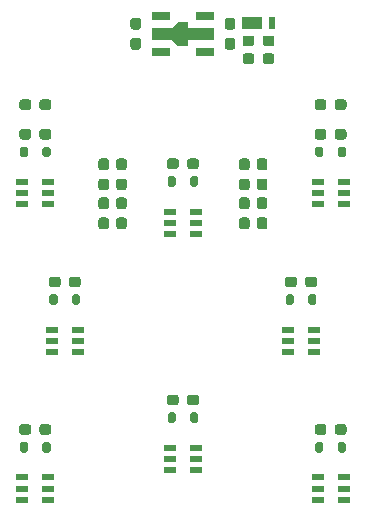
<source format=gbp>
G04 #@! TF.GenerationSoftware,KiCad,Pcbnew,(5.1.9-0-10_14)*
G04 #@! TF.CreationDate,2021-07-10T20:43:16+09:00*
G04 #@! TF.ProjectId,TouchController,546f7563-6843-46f6-9e74-726f6c6c6572,V1.0*
G04 #@! TF.SameCoordinates,Original*
G04 #@! TF.FileFunction,Paste,Bot*
G04 #@! TF.FilePolarity,Positive*
%FSLAX46Y46*%
G04 Gerber Fmt 4.6, Leading zero omitted, Abs format (unit mm)*
G04 Created by KiCad (PCBNEW (5.1.9-0-10_14)) date 2021-07-10 20:43:16*
%MOMM*%
%LPD*%
G01*
G04 APERTURE LIST*
%ADD10R,1.500000X0.700000*%
%ADD11C,0.100000*%
%ADD12R,1.060000X0.500000*%
%ADD13R,0.600000X1.000000*%
%ADD14R,1.800000X1.000000*%
G04 APERTURE END LIST*
G36*
G01*
X-600000Y-6225000D02*
X-600000Y-6775000D01*
G75*
G02*
X-775000Y-6950000I-175000J0D01*
G01*
X-1125000Y-6950000D01*
G75*
G02*
X-1300000Y-6775000I0J175000D01*
G01*
X-1300000Y-6225000D01*
G75*
G02*
X-1125000Y-6050000I175000J0D01*
G01*
X-775000Y-6050000D01*
G75*
G02*
X-600000Y-6225000I0J-175000D01*
G01*
G37*
G36*
G01*
X1300000Y-6225000D02*
X1300000Y-6775000D01*
G75*
G02*
X1125000Y-6950000I-175000J0D01*
G01*
X775000Y-6950000D01*
G75*
G02*
X600000Y-6775000I0J175000D01*
G01*
X600000Y-6225000D01*
G75*
G02*
X775000Y-6050000I175000J0D01*
G01*
X1125000Y-6050000D01*
G75*
G02*
X1300000Y-6225000I0J-175000D01*
G01*
G37*
G36*
G01*
X-10600000Y-16225000D02*
X-10600000Y-16775000D01*
G75*
G02*
X-10775000Y-16950000I-175000J0D01*
G01*
X-11125000Y-16950000D01*
G75*
G02*
X-11300000Y-16775000I0J175000D01*
G01*
X-11300000Y-16225000D01*
G75*
G02*
X-11125000Y-16050000I175000J0D01*
G01*
X-10775000Y-16050000D01*
G75*
G02*
X-10600000Y-16225000I0J-175000D01*
G01*
G37*
G36*
G01*
X-8700000Y-16225000D02*
X-8700000Y-16775000D01*
G75*
G02*
X-8875000Y-16950000I-175000J0D01*
G01*
X-9225000Y-16950000D01*
G75*
G02*
X-9400000Y-16775000I0J175000D01*
G01*
X-9400000Y-16225000D01*
G75*
G02*
X-9225000Y-16050000I175000J0D01*
G01*
X-8875000Y-16050000D01*
G75*
G02*
X-8700000Y-16225000I0J-175000D01*
G01*
G37*
G36*
G01*
X600000Y-26775000D02*
X600000Y-26225000D01*
G75*
G02*
X775000Y-26050000I175000J0D01*
G01*
X1125000Y-26050000D01*
G75*
G02*
X1300000Y-26225000I0J-175000D01*
G01*
X1300000Y-26775000D01*
G75*
G02*
X1125000Y-26950000I-175000J0D01*
G01*
X775000Y-26950000D01*
G75*
G02*
X600000Y-26775000I0J175000D01*
G01*
G37*
G36*
G01*
X-1300000Y-26775000D02*
X-1300000Y-26225000D01*
G75*
G02*
X-1125000Y-26050000I175000J0D01*
G01*
X-775000Y-26050000D01*
G75*
G02*
X-600000Y-26225000I0J-175000D01*
G01*
X-600000Y-26775000D01*
G75*
G02*
X-775000Y-26950000I-175000J0D01*
G01*
X-1125000Y-26950000D01*
G75*
G02*
X-1300000Y-26775000I0J175000D01*
G01*
G37*
G36*
G01*
X10600000Y-16775000D02*
X10600000Y-16225000D01*
G75*
G02*
X10775000Y-16050000I175000J0D01*
G01*
X11125000Y-16050000D01*
G75*
G02*
X11300000Y-16225000I0J-175000D01*
G01*
X11300000Y-16775000D01*
G75*
G02*
X11125000Y-16950000I-175000J0D01*
G01*
X10775000Y-16950000D01*
G75*
G02*
X10600000Y-16775000I0J175000D01*
G01*
G37*
G36*
G01*
X8700000Y-16775000D02*
X8700000Y-16225000D01*
G75*
G02*
X8875000Y-16050000I175000J0D01*
G01*
X9225000Y-16050000D01*
G75*
G02*
X9400000Y-16225000I0J-175000D01*
G01*
X9400000Y-16775000D01*
G75*
G02*
X9225000Y-16950000I-175000J0D01*
G01*
X8875000Y-16950000D01*
G75*
G02*
X8700000Y-16775000I0J175000D01*
G01*
G37*
G36*
G01*
X11900000Y-3725000D02*
X11900000Y-4275000D01*
G75*
G02*
X11725000Y-4450000I-175000J0D01*
G01*
X11375000Y-4450000D01*
G75*
G02*
X11200000Y-4275000I0J175000D01*
G01*
X11200000Y-3725000D01*
G75*
G02*
X11375000Y-3550000I175000J0D01*
G01*
X11725000Y-3550000D01*
G75*
G02*
X11900000Y-3725000I0J-175000D01*
G01*
G37*
G36*
G01*
X13800000Y-3725000D02*
X13800000Y-4275000D01*
G75*
G02*
X13625000Y-4450000I-175000J0D01*
G01*
X13275000Y-4450000D01*
G75*
G02*
X13100000Y-4275000I0J175000D01*
G01*
X13100000Y-3725000D01*
G75*
G02*
X13275000Y-3550000I175000J0D01*
G01*
X13625000Y-3550000D01*
G75*
G02*
X13800000Y-3725000I0J-175000D01*
G01*
G37*
G36*
G01*
X-13100000Y-3725000D02*
X-13100000Y-4275000D01*
G75*
G02*
X-13275000Y-4450000I-175000J0D01*
G01*
X-13625000Y-4450000D01*
G75*
G02*
X-13800000Y-4275000I0J175000D01*
G01*
X-13800000Y-3725000D01*
G75*
G02*
X-13625000Y-3550000I175000J0D01*
G01*
X-13275000Y-3550000D01*
G75*
G02*
X-13100000Y-3725000I0J-175000D01*
G01*
G37*
G36*
G01*
X-11200000Y-3725000D02*
X-11200000Y-4275000D01*
G75*
G02*
X-11375000Y-4450000I-175000J0D01*
G01*
X-11725000Y-4450000D01*
G75*
G02*
X-11900000Y-4275000I0J175000D01*
G01*
X-11900000Y-3725000D01*
G75*
G02*
X-11725000Y-3550000I175000J0D01*
G01*
X-11375000Y-3550000D01*
G75*
G02*
X-11200000Y-3725000I0J-175000D01*
G01*
G37*
G36*
G01*
X-13100000Y-28725000D02*
X-13100000Y-29275000D01*
G75*
G02*
X-13275000Y-29450000I-175000J0D01*
G01*
X-13625000Y-29450000D01*
G75*
G02*
X-13800000Y-29275000I0J175000D01*
G01*
X-13800000Y-28725000D01*
G75*
G02*
X-13625000Y-28550000I175000J0D01*
G01*
X-13275000Y-28550000D01*
G75*
G02*
X-13100000Y-28725000I0J-175000D01*
G01*
G37*
G36*
G01*
X-11200000Y-28725000D02*
X-11200000Y-29275000D01*
G75*
G02*
X-11375000Y-29450000I-175000J0D01*
G01*
X-11725000Y-29450000D01*
G75*
G02*
X-11900000Y-29275000I0J175000D01*
G01*
X-11900000Y-28725000D01*
G75*
G02*
X-11725000Y-28550000I175000J0D01*
G01*
X-11375000Y-28550000D01*
G75*
G02*
X-11200000Y-28725000I0J-175000D01*
G01*
G37*
G36*
G01*
X11900000Y-28725000D02*
X11900000Y-29275000D01*
G75*
G02*
X11725000Y-29450000I-175000J0D01*
G01*
X11375000Y-29450000D01*
G75*
G02*
X11200000Y-29275000I0J175000D01*
G01*
X11200000Y-28725000D01*
G75*
G02*
X11375000Y-28550000I175000J0D01*
G01*
X11725000Y-28550000D01*
G75*
G02*
X11900000Y-28725000I0J-175000D01*
G01*
G37*
G36*
G01*
X13800000Y-28725000D02*
X13800000Y-29275000D01*
G75*
G02*
X13625000Y-29450000I-175000J0D01*
G01*
X13275000Y-29450000D01*
G75*
G02*
X13100000Y-29275000I0J175000D01*
G01*
X13100000Y-28725000D01*
G75*
G02*
X13275000Y-28550000I175000J0D01*
G01*
X13625000Y-28550000D01*
G75*
G02*
X13800000Y-28725000I0J-175000D01*
G01*
G37*
D10*
X-1850000Y7500000D03*
X-1850000Y4500000D03*
X1850000Y7500000D03*
X1850000Y4500000D03*
D11*
G36*
X-900000Y5500000D02*
G01*
X-2600000Y5500000D01*
X-2600000Y6500000D01*
X-900000Y6500000D01*
X-400000Y7000000D01*
X400000Y7000000D01*
X400000Y6500000D01*
X2600000Y6500000D01*
X2600000Y5500000D01*
X400000Y5500000D01*
X400000Y5000000D01*
X-400000Y5000000D01*
X-900000Y5500000D01*
G37*
D12*
X-1100000Y-10000000D03*
X-1100000Y-9050000D03*
X-1100000Y-10950000D03*
X1100000Y-10950000D03*
X1100000Y-10000000D03*
X1100000Y-9050000D03*
X-11100000Y-20000000D03*
X-11100000Y-19050000D03*
X-11100000Y-20950000D03*
X-8900000Y-20950000D03*
X-8900000Y-20000000D03*
X-8900000Y-19050000D03*
X-1100000Y-30000000D03*
X-1100000Y-29050000D03*
X-1100000Y-30950000D03*
X1100000Y-30950000D03*
X1100000Y-30000000D03*
X1100000Y-29050000D03*
X8900000Y-20000000D03*
X8900000Y-19050000D03*
X8900000Y-20950000D03*
X11100000Y-20950000D03*
X11100000Y-20000000D03*
X11100000Y-19050000D03*
X11400000Y-7500000D03*
X11400000Y-6550000D03*
X11400000Y-8450000D03*
X13600000Y-8450000D03*
X13600000Y-7500000D03*
X13600000Y-6550000D03*
X-13600000Y-7500000D03*
X-13600000Y-6550000D03*
X-13600000Y-8450000D03*
X-11400000Y-8450000D03*
X-11400000Y-7500000D03*
X-11400000Y-6550000D03*
X-13600000Y-32500000D03*
X-13600000Y-31550000D03*
X-13600000Y-33450000D03*
X-11400000Y-33450000D03*
X-11400000Y-32500000D03*
X-11400000Y-31550000D03*
X11400000Y-32500000D03*
X11400000Y-31550000D03*
X11400000Y-33450000D03*
X13600000Y-33450000D03*
X13600000Y-32500000D03*
X13600000Y-31550000D03*
G36*
G01*
X-6475000Y-10550000D02*
X-6925000Y-10550000D01*
G75*
G02*
X-7150000Y-10325000I0J225000D01*
G01*
X-7150000Y-9775000D01*
G75*
G02*
X-6925000Y-9550000I225000J0D01*
G01*
X-6475000Y-9550000D01*
G75*
G02*
X-6250000Y-9775000I0J-225000D01*
G01*
X-6250000Y-10325000D01*
G75*
G02*
X-6475000Y-10550000I-225000J0D01*
G01*
G37*
G36*
G01*
X-6475000Y-8850000D02*
X-6925000Y-8850000D01*
G75*
G02*
X-7150000Y-8625000I0J225000D01*
G01*
X-7150000Y-8075000D01*
G75*
G02*
X-6925000Y-7850000I225000J0D01*
G01*
X-6475000Y-7850000D01*
G75*
G02*
X-6250000Y-8075000I0J-225000D01*
G01*
X-6250000Y-8625000D01*
G75*
G02*
X-6475000Y-8850000I-225000J0D01*
G01*
G37*
G36*
G01*
X-6475000Y-7250000D02*
X-6925000Y-7250000D01*
G75*
G02*
X-7150000Y-7025000I0J225000D01*
G01*
X-7150000Y-6475000D01*
G75*
G02*
X-6925000Y-6250000I225000J0D01*
G01*
X-6475000Y-6250000D01*
G75*
G02*
X-6250000Y-6475000I0J-225000D01*
G01*
X-6250000Y-7025000D01*
G75*
G02*
X-6475000Y-7250000I-225000J0D01*
G01*
G37*
G36*
G01*
X-6475000Y-5550000D02*
X-6925000Y-5550000D01*
G75*
G02*
X-7150000Y-5325000I0J225000D01*
G01*
X-7150000Y-4775000D01*
G75*
G02*
X-6925000Y-4550000I225000J0D01*
G01*
X-6475000Y-4550000D01*
G75*
G02*
X-6250000Y-4775000I0J-225000D01*
G01*
X-6250000Y-5325000D01*
G75*
G02*
X-6475000Y-5550000I-225000J0D01*
G01*
G37*
G36*
G01*
X-4975000Y-10550000D02*
X-5425000Y-10550000D01*
G75*
G02*
X-5650000Y-10325000I0J225000D01*
G01*
X-5650000Y-9775000D01*
G75*
G02*
X-5425000Y-9550000I225000J0D01*
G01*
X-4975000Y-9550000D01*
G75*
G02*
X-4750000Y-9775000I0J-225000D01*
G01*
X-4750000Y-10325000D01*
G75*
G02*
X-4975000Y-10550000I-225000J0D01*
G01*
G37*
G36*
G01*
X-4975000Y-8850000D02*
X-5425000Y-8850000D01*
G75*
G02*
X-5650000Y-8625000I0J225000D01*
G01*
X-5650000Y-8075000D01*
G75*
G02*
X-5425000Y-7850000I225000J0D01*
G01*
X-4975000Y-7850000D01*
G75*
G02*
X-4750000Y-8075000I0J-225000D01*
G01*
X-4750000Y-8625000D01*
G75*
G02*
X-4975000Y-8850000I-225000J0D01*
G01*
G37*
G36*
G01*
X-4975000Y-7250000D02*
X-5425000Y-7250000D01*
G75*
G02*
X-5650000Y-7025000I0J225000D01*
G01*
X-5650000Y-6475000D01*
G75*
G02*
X-5425000Y-6250000I225000J0D01*
G01*
X-4975000Y-6250000D01*
G75*
G02*
X-4750000Y-6475000I0J-225000D01*
G01*
X-4750000Y-7025000D01*
G75*
G02*
X-4975000Y-7250000I-225000J0D01*
G01*
G37*
G36*
G01*
X-4975000Y-5550000D02*
X-5425000Y-5550000D01*
G75*
G02*
X-5650000Y-5325000I0J225000D01*
G01*
X-5650000Y-4775000D01*
G75*
G02*
X-5425000Y-4550000I225000J0D01*
G01*
X-4975000Y-4550000D01*
G75*
G02*
X-4750000Y-4775000I0J-225000D01*
G01*
X-4750000Y-5325000D01*
G75*
G02*
X-4975000Y-5550000I-225000J0D01*
G01*
G37*
G36*
G01*
X5425000Y-10550000D02*
X4975000Y-10550000D01*
G75*
G02*
X4750000Y-10325000I0J225000D01*
G01*
X4750000Y-9775000D01*
G75*
G02*
X4975000Y-9550000I225000J0D01*
G01*
X5425000Y-9550000D01*
G75*
G02*
X5650000Y-9775000I0J-225000D01*
G01*
X5650000Y-10325000D01*
G75*
G02*
X5425000Y-10550000I-225000J0D01*
G01*
G37*
G36*
G01*
X5425000Y-8850000D02*
X4975000Y-8850000D01*
G75*
G02*
X4750000Y-8625000I0J225000D01*
G01*
X4750000Y-8075000D01*
G75*
G02*
X4975000Y-7850000I225000J0D01*
G01*
X5425000Y-7850000D01*
G75*
G02*
X5650000Y-8075000I0J-225000D01*
G01*
X5650000Y-8625000D01*
G75*
G02*
X5425000Y-8850000I-225000J0D01*
G01*
G37*
G36*
G01*
X5425000Y-7250000D02*
X4975000Y-7250000D01*
G75*
G02*
X4750000Y-7025000I0J225000D01*
G01*
X4750000Y-6475000D01*
G75*
G02*
X4975000Y-6250000I225000J0D01*
G01*
X5425000Y-6250000D01*
G75*
G02*
X5650000Y-6475000I0J-225000D01*
G01*
X5650000Y-7025000D01*
G75*
G02*
X5425000Y-7250000I-225000J0D01*
G01*
G37*
G36*
G01*
X5425000Y-5550000D02*
X4975000Y-5550000D01*
G75*
G02*
X4750000Y-5325000I0J225000D01*
G01*
X4750000Y-4775000D01*
G75*
G02*
X4975000Y-4550000I225000J0D01*
G01*
X5425000Y-4550000D01*
G75*
G02*
X5650000Y-4775000I0J-225000D01*
G01*
X5650000Y-5325000D01*
G75*
G02*
X5425000Y-5550000I-225000J0D01*
G01*
G37*
G36*
G01*
X6925000Y-10550000D02*
X6475000Y-10550000D01*
G75*
G02*
X6250000Y-10325000I0J225000D01*
G01*
X6250000Y-9775000D01*
G75*
G02*
X6475000Y-9550000I225000J0D01*
G01*
X6925000Y-9550000D01*
G75*
G02*
X7150000Y-9775000I0J-225000D01*
G01*
X7150000Y-10325000D01*
G75*
G02*
X6925000Y-10550000I-225000J0D01*
G01*
G37*
G36*
G01*
X6925000Y-8850000D02*
X6475000Y-8850000D01*
G75*
G02*
X6250000Y-8625000I0J225000D01*
G01*
X6250000Y-8075000D01*
G75*
G02*
X6475000Y-7850000I225000J0D01*
G01*
X6925000Y-7850000D01*
G75*
G02*
X7150000Y-8075000I0J-225000D01*
G01*
X7150000Y-8625000D01*
G75*
G02*
X6925000Y-8850000I-225000J0D01*
G01*
G37*
G36*
G01*
X6925000Y-7250000D02*
X6475000Y-7250000D01*
G75*
G02*
X6250000Y-7025000I0J225000D01*
G01*
X6250000Y-6475000D01*
G75*
G02*
X6475000Y-6250000I225000J0D01*
G01*
X6925000Y-6250000D01*
G75*
G02*
X7150000Y-6475000I0J-225000D01*
G01*
X7150000Y-7025000D01*
G75*
G02*
X6925000Y-7250000I-225000J0D01*
G01*
G37*
G36*
G01*
X6925000Y-5550000D02*
X6475000Y-5550000D01*
G75*
G02*
X6250000Y-5325000I0J225000D01*
G01*
X6250000Y-4775000D01*
G75*
G02*
X6475000Y-4550000I225000J0D01*
G01*
X6925000Y-4550000D01*
G75*
G02*
X7150000Y-4775000I0J-225000D01*
G01*
X7150000Y-5325000D01*
G75*
G02*
X6925000Y-5550000I-225000J0D01*
G01*
G37*
G36*
G01*
X1350000Y-4775000D02*
X1350000Y-5225000D01*
G75*
G02*
X1125000Y-5450000I-225000J0D01*
G01*
X575000Y-5450000D01*
G75*
G02*
X350000Y-5225000I0J225000D01*
G01*
X350000Y-4775000D01*
G75*
G02*
X575000Y-4550000I225000J0D01*
G01*
X1125000Y-4550000D01*
G75*
G02*
X1350000Y-4775000I0J-225000D01*
G01*
G37*
G36*
G01*
X-350000Y-4775000D02*
X-350000Y-5225000D01*
G75*
G02*
X-575000Y-5450000I-225000J0D01*
G01*
X-1125000Y-5450000D01*
G75*
G02*
X-1350000Y-5225000I0J225000D01*
G01*
X-1350000Y-4775000D01*
G75*
G02*
X-1125000Y-4550000I225000J0D01*
G01*
X-575000Y-4550000D01*
G75*
G02*
X-350000Y-4775000I0J-225000D01*
G01*
G37*
G36*
G01*
X-8650000Y-14775000D02*
X-8650000Y-15225000D01*
G75*
G02*
X-8875000Y-15450000I-225000J0D01*
G01*
X-9425000Y-15450000D01*
G75*
G02*
X-9650000Y-15225000I0J225000D01*
G01*
X-9650000Y-14775000D01*
G75*
G02*
X-9425000Y-14550000I225000J0D01*
G01*
X-8875000Y-14550000D01*
G75*
G02*
X-8650000Y-14775000I0J-225000D01*
G01*
G37*
G36*
G01*
X-10350000Y-14775000D02*
X-10350000Y-15225000D01*
G75*
G02*
X-10575000Y-15450000I-225000J0D01*
G01*
X-11125000Y-15450000D01*
G75*
G02*
X-11350000Y-15225000I0J225000D01*
G01*
X-11350000Y-14775000D01*
G75*
G02*
X-11125000Y-14550000I225000J0D01*
G01*
X-10575000Y-14550000D01*
G75*
G02*
X-10350000Y-14775000I0J-225000D01*
G01*
G37*
G36*
G01*
X1350000Y-24775000D02*
X1350000Y-25225000D01*
G75*
G02*
X1125000Y-25450000I-225000J0D01*
G01*
X575000Y-25450000D01*
G75*
G02*
X350000Y-25225000I0J225000D01*
G01*
X350000Y-24775000D01*
G75*
G02*
X575000Y-24550000I225000J0D01*
G01*
X1125000Y-24550000D01*
G75*
G02*
X1350000Y-24775000I0J-225000D01*
G01*
G37*
G36*
G01*
X-350000Y-24775000D02*
X-350000Y-25225000D01*
G75*
G02*
X-575000Y-25450000I-225000J0D01*
G01*
X-1125000Y-25450000D01*
G75*
G02*
X-1350000Y-25225000I0J225000D01*
G01*
X-1350000Y-24775000D01*
G75*
G02*
X-1125000Y-24550000I225000J0D01*
G01*
X-575000Y-24550000D01*
G75*
G02*
X-350000Y-24775000I0J-225000D01*
G01*
G37*
G36*
G01*
X11350000Y-14775000D02*
X11350000Y-15225000D01*
G75*
G02*
X11125000Y-15450000I-225000J0D01*
G01*
X10575000Y-15450000D01*
G75*
G02*
X10350000Y-15225000I0J225000D01*
G01*
X10350000Y-14775000D01*
G75*
G02*
X10575000Y-14550000I225000J0D01*
G01*
X11125000Y-14550000D01*
G75*
G02*
X11350000Y-14775000I0J-225000D01*
G01*
G37*
G36*
G01*
X9650000Y-14775000D02*
X9650000Y-15225000D01*
G75*
G02*
X9425000Y-15450000I-225000J0D01*
G01*
X8875000Y-15450000D01*
G75*
G02*
X8650000Y-15225000I0J225000D01*
G01*
X8650000Y-14775000D01*
G75*
G02*
X8875000Y-14550000I225000J0D01*
G01*
X9425000Y-14550000D01*
G75*
G02*
X9650000Y-14775000I0J-225000D01*
G01*
G37*
G36*
G01*
X13850000Y-2275000D02*
X13850000Y-2725000D01*
G75*
G02*
X13625000Y-2950000I-225000J0D01*
G01*
X13075000Y-2950000D01*
G75*
G02*
X12850000Y-2725000I0J225000D01*
G01*
X12850000Y-2275000D01*
G75*
G02*
X13075000Y-2050000I225000J0D01*
G01*
X13625000Y-2050000D01*
G75*
G02*
X13850000Y-2275000I0J-225000D01*
G01*
G37*
G36*
G01*
X12150000Y-2275000D02*
X12150000Y-2725000D01*
G75*
G02*
X11925000Y-2950000I-225000J0D01*
G01*
X11375000Y-2950000D01*
G75*
G02*
X11150000Y-2725000I0J225000D01*
G01*
X11150000Y-2275000D01*
G75*
G02*
X11375000Y-2050000I225000J0D01*
G01*
X11925000Y-2050000D01*
G75*
G02*
X12150000Y-2275000I0J-225000D01*
G01*
G37*
G36*
G01*
X-11150000Y-2275000D02*
X-11150000Y-2725000D01*
G75*
G02*
X-11375000Y-2950000I-225000J0D01*
G01*
X-11925000Y-2950000D01*
G75*
G02*
X-12150000Y-2725000I0J225000D01*
G01*
X-12150000Y-2275000D01*
G75*
G02*
X-11925000Y-2050000I225000J0D01*
G01*
X-11375000Y-2050000D01*
G75*
G02*
X-11150000Y-2275000I0J-225000D01*
G01*
G37*
G36*
G01*
X-12850000Y-2275000D02*
X-12850000Y-2725000D01*
G75*
G02*
X-13075000Y-2950000I-225000J0D01*
G01*
X-13625000Y-2950000D01*
G75*
G02*
X-13850000Y-2725000I0J225000D01*
G01*
X-13850000Y-2275000D01*
G75*
G02*
X-13625000Y-2050000I225000J0D01*
G01*
X-13075000Y-2050000D01*
G75*
G02*
X-12850000Y-2275000I0J-225000D01*
G01*
G37*
G36*
G01*
X-11150000Y-27275000D02*
X-11150000Y-27725000D01*
G75*
G02*
X-11375000Y-27950000I-225000J0D01*
G01*
X-11925000Y-27950000D01*
G75*
G02*
X-12150000Y-27725000I0J225000D01*
G01*
X-12150000Y-27275000D01*
G75*
G02*
X-11925000Y-27050000I225000J0D01*
G01*
X-11375000Y-27050000D01*
G75*
G02*
X-11150000Y-27275000I0J-225000D01*
G01*
G37*
G36*
G01*
X-12850000Y-27275000D02*
X-12850000Y-27725000D01*
G75*
G02*
X-13075000Y-27950000I-225000J0D01*
G01*
X-13625000Y-27950000D01*
G75*
G02*
X-13850000Y-27725000I0J225000D01*
G01*
X-13850000Y-27275000D01*
G75*
G02*
X-13625000Y-27050000I225000J0D01*
G01*
X-13075000Y-27050000D01*
G75*
G02*
X-12850000Y-27275000I0J-225000D01*
G01*
G37*
G36*
G01*
X13850000Y-27275000D02*
X13850000Y-27725000D01*
G75*
G02*
X13625000Y-27950000I-225000J0D01*
G01*
X13075000Y-27950000D01*
G75*
G02*
X12850000Y-27725000I0J225000D01*
G01*
X12850000Y-27275000D01*
G75*
G02*
X13075000Y-27050000I225000J0D01*
G01*
X13625000Y-27050000D01*
G75*
G02*
X13850000Y-27275000I0J-225000D01*
G01*
G37*
G36*
G01*
X12150000Y-27275000D02*
X12150000Y-27725000D01*
G75*
G02*
X11925000Y-27950000I-225000J0D01*
G01*
X11375000Y-27950000D01*
G75*
G02*
X11150000Y-27725000I0J225000D01*
G01*
X11150000Y-27275000D01*
G75*
G02*
X11375000Y-27050000I225000J0D01*
G01*
X11925000Y-27050000D01*
G75*
G02*
X12150000Y-27275000I0J-225000D01*
G01*
G37*
G36*
G01*
X5050000Y5175000D02*
X5050000Y5625000D01*
G75*
G02*
X5275000Y5850000I225000J0D01*
G01*
X5825000Y5850000D01*
G75*
G02*
X6050000Y5625000I0J-225000D01*
G01*
X6050000Y5175000D01*
G75*
G02*
X5825000Y4950000I-225000J0D01*
G01*
X5275000Y4950000D01*
G75*
G02*
X5050000Y5175000I0J225000D01*
G01*
G37*
G36*
G01*
X6750000Y5175000D02*
X6750000Y5625000D01*
G75*
G02*
X6975000Y5850000I225000J0D01*
G01*
X7525000Y5850000D01*
G75*
G02*
X7750000Y5625000I0J-225000D01*
G01*
X7750000Y5175000D01*
G75*
G02*
X7525000Y4950000I-225000J0D01*
G01*
X6975000Y4950000D01*
G75*
G02*
X6750000Y5175000I0J225000D01*
G01*
G37*
G36*
G01*
X5050000Y3675000D02*
X5050000Y4125000D01*
G75*
G02*
X5275000Y4350000I225000J0D01*
G01*
X5825000Y4350000D01*
G75*
G02*
X6050000Y4125000I0J-225000D01*
G01*
X6050000Y3675000D01*
G75*
G02*
X5825000Y3450000I-225000J0D01*
G01*
X5275000Y3450000D01*
G75*
G02*
X5050000Y3675000I0J225000D01*
G01*
G37*
G36*
G01*
X6750000Y3675000D02*
X6750000Y4125000D01*
G75*
G02*
X6975000Y4350000I225000J0D01*
G01*
X7525000Y4350000D01*
G75*
G02*
X7750000Y4125000I0J-225000D01*
G01*
X7750000Y3675000D01*
G75*
G02*
X7525000Y3450000I-225000J0D01*
G01*
X6975000Y3450000D01*
G75*
G02*
X6750000Y3675000I0J225000D01*
G01*
G37*
D13*
X7550000Y6900000D03*
D14*
X5850000Y6900000D03*
G36*
G01*
X-3775000Y4650000D02*
X-4225000Y4650000D01*
G75*
G02*
X-4450000Y4875000I0J225000D01*
G01*
X-4450000Y5425000D01*
G75*
G02*
X-4225000Y5650000I225000J0D01*
G01*
X-3775000Y5650000D01*
G75*
G02*
X-3550000Y5425000I0J-225000D01*
G01*
X-3550000Y4875000D01*
G75*
G02*
X-3775000Y4650000I-225000J0D01*
G01*
G37*
G36*
G01*
X-3775000Y6350000D02*
X-4225000Y6350000D01*
G75*
G02*
X-4450000Y6575000I0J225000D01*
G01*
X-4450000Y7125000D01*
G75*
G02*
X-4225000Y7350000I225000J0D01*
G01*
X-3775000Y7350000D01*
G75*
G02*
X-3550000Y7125000I0J-225000D01*
G01*
X-3550000Y6575000D01*
G75*
G02*
X-3775000Y6350000I-225000J0D01*
G01*
G37*
G36*
G01*
X3775000Y7350000D02*
X4225000Y7350000D01*
G75*
G02*
X4450000Y7125000I0J-225000D01*
G01*
X4450000Y6575000D01*
G75*
G02*
X4225000Y6350000I-225000J0D01*
G01*
X3775000Y6350000D01*
G75*
G02*
X3550000Y6575000I0J225000D01*
G01*
X3550000Y7125000D01*
G75*
G02*
X3775000Y7350000I225000J0D01*
G01*
G37*
G36*
G01*
X3775000Y5650000D02*
X4225000Y5650000D01*
G75*
G02*
X4450000Y5425000I0J-225000D01*
G01*
X4450000Y4875000D01*
G75*
G02*
X4225000Y4650000I-225000J0D01*
G01*
X3775000Y4650000D01*
G75*
G02*
X3550000Y4875000I0J225000D01*
G01*
X3550000Y5425000D01*
G75*
G02*
X3775000Y5650000I225000J0D01*
G01*
G37*
G36*
G01*
X-11150000Y225000D02*
X-11150000Y-225000D01*
G75*
G02*
X-11375000Y-450000I-225000J0D01*
G01*
X-11925000Y-450000D01*
G75*
G02*
X-12150000Y-225000I0J225000D01*
G01*
X-12150000Y225000D01*
G75*
G02*
X-11925000Y450000I225000J0D01*
G01*
X-11375000Y450000D01*
G75*
G02*
X-11150000Y225000I0J-225000D01*
G01*
G37*
G36*
G01*
X-12850000Y225000D02*
X-12850000Y-225000D01*
G75*
G02*
X-13075000Y-450000I-225000J0D01*
G01*
X-13625000Y-450000D01*
G75*
G02*
X-13850000Y-225000I0J225000D01*
G01*
X-13850000Y225000D01*
G75*
G02*
X-13625000Y450000I225000J0D01*
G01*
X-13075000Y450000D01*
G75*
G02*
X-12850000Y225000I0J-225000D01*
G01*
G37*
G36*
G01*
X11150000Y-225000D02*
X11150000Y225000D01*
G75*
G02*
X11375000Y450000I225000J0D01*
G01*
X11925000Y450000D01*
G75*
G02*
X12150000Y225000I0J-225000D01*
G01*
X12150000Y-225000D01*
G75*
G02*
X11925000Y-450000I-225000J0D01*
G01*
X11375000Y-450000D01*
G75*
G02*
X11150000Y-225000I0J225000D01*
G01*
G37*
G36*
G01*
X12850000Y-225000D02*
X12850000Y225000D01*
G75*
G02*
X13075000Y450000I225000J0D01*
G01*
X13625000Y450000D01*
G75*
G02*
X13850000Y225000I0J-225000D01*
G01*
X13850000Y-225000D01*
G75*
G02*
X13625000Y-450000I-225000J0D01*
G01*
X13075000Y-450000D01*
G75*
G02*
X12850000Y-225000I0J225000D01*
G01*
G37*
M02*

</source>
